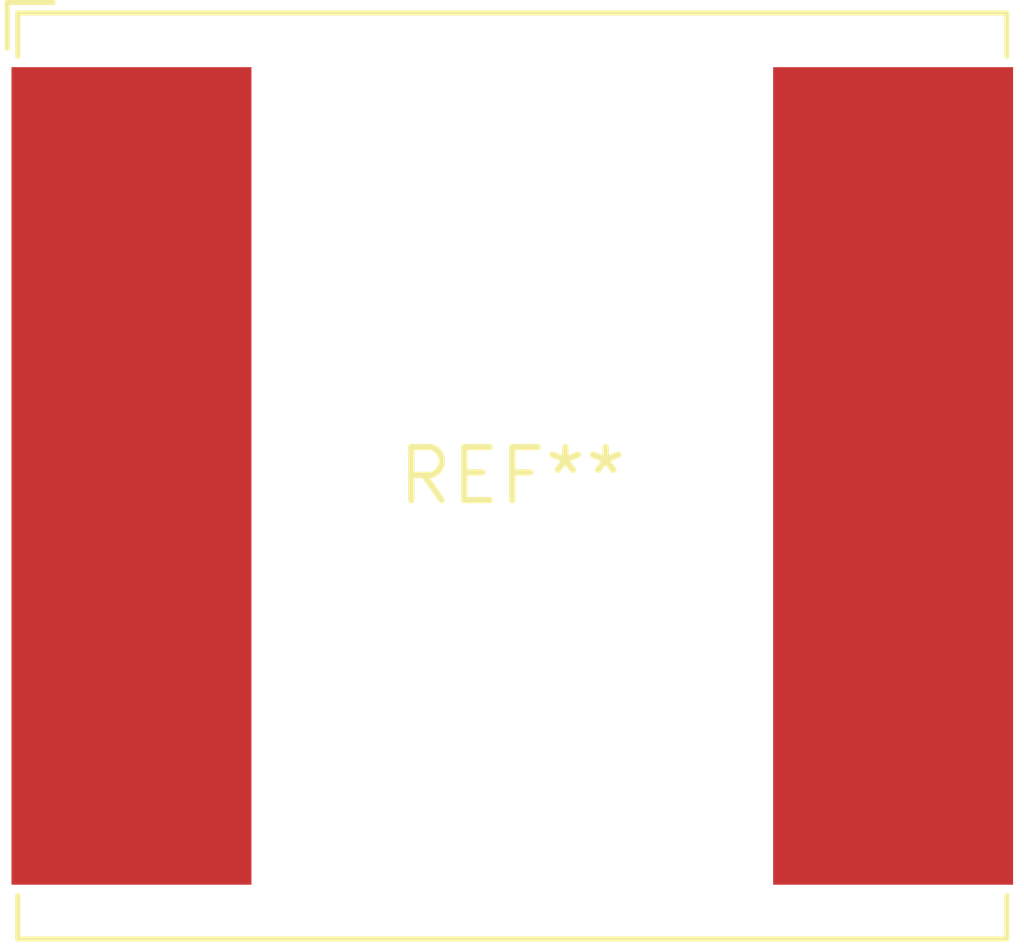
<source format=kicad_pcb>
(kicad_pcb (version 20240108) (generator pcbnew)
  (layers (0 "F.Cu" signal) (31 "B.Cu" signal) (34 "B.Paste" user) (35 "F.Paste" user) (36 "B.SilkS" user "B.Silkscreen") (37 "F.SilkS" user "F.Silkscreen") (38 "B.Mask" user) (39 "F.Mask" user) (44 "Edge.Cuts" user))
  (net 0 "")
  (footprint "L_Pulse_PA4349" (layer "F.Cu") (at 0 0)
    (property "Reference" "REF**")
    (property "Value" "L_Pulse_PA4349")
    (fp_line (start -12.1 -11.35) (end -11 -11.35) (layer "F.SilkS") (stroke (width 0.12)))
    (fp_line (start -12.1 -10.25) (end -12.1 -11.35) (layer "F.SilkS") (stroke (width 0.12)))
    (fp_line (start -11.85 -11.1) (end -11.85 -10.06) (layer "F.SilkS") (stroke (width 0.12)))
    (fp_line (start -11.85 -11.1) (end 11.85 -11.1) (layer "F.SilkS") (stroke (width 0.12)))
    (fp_line (start -11.85 10.06) (end -11.85 11.1) (layer "F.SilkS") (stroke (width 0.12)))
    (fp_line (start -11.85 11.1) (end 11.85 11.1) (layer "F.SilkS") (stroke (width 0.12)))
    (fp_line (start 11.85 -11.1) (end 11.85 -10.06) (layer "F.SilkS") (stroke (width 0.12)))
    (fp_line (start 11.85 10.06) (end 11.85 11.1) (layer "F.SilkS") (stroke (width 0.12)))
    (pad "1" smd rect (at -9.125 0 90) (size 19.6 5.75) (layers "F.Cu" "F.Paste" "F.Mask"))
    (pad "2" smd rect (at 9.125 0 90) (size 19.6 5.75) (layers "F.Cu" "F.Paste" "F.Mask"))
  )
)
</source>
